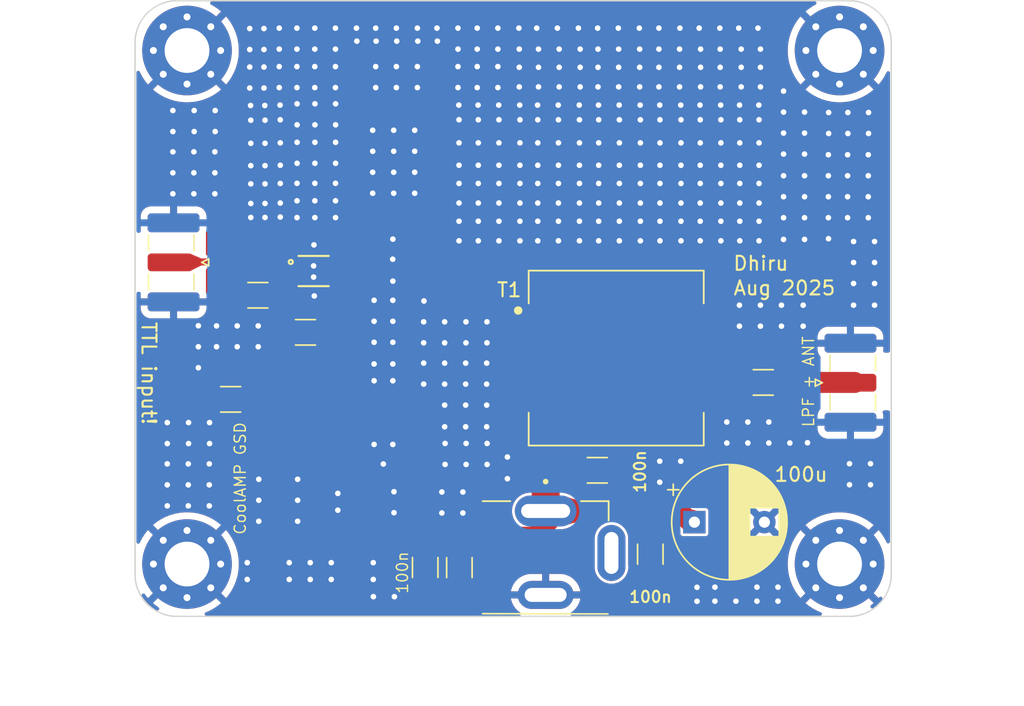
<source format=kicad_pcb>
(kicad_pcb (version 20241229) (generator "pcbnew") (generator_version "9.0")
  (layers (0 "F.Cu" signal) (2 "B.Cu" signal) (13 "F.Paste" user) (5 "F.SilkS" user "F.Silkscreen") (1 "F.Mask" user) (3 "B.Mask" user) (25 "Edge.Cuts" user))
  (net 0 "")
  (net 1 "GND")
  (net 2 "Net-(Q1-G)")
  (net 3 "/DRAIN")
  (net 4 "Net-(RF_OUT1-In)")
  (net 6 "Net-(RF_IN1-In)")
  (net 7 "Net-(C3-Pad2)")
  (net 8 "+VDC")
  (net 9 "+5V")
  (footprint "Capacitor_SMD:C_1206_3216Metric_Pad1.33x1.80mm_HandSolder" (layer "F.Cu") (at 20.72 40.505986 -90)
    (property "Reference" "C2" (hide yes))
    (property "Value" "100n")
  )
  (footprint "MountingHole:MountingHole_3.2mm_M3_Pad_Via" (layer "F.Cu") (at 3.71 40.26)
    (property "Reference" "H3" (hide yes))
    (property "Value" "MountingHole_Pad" (hide yes))
  )
  (footprint "Connector_Coaxial:SMA_Samtec_SMA-J-P-H-ST-EM1_EdgeMount" (layer "F.Cu") (at 51.3375 27.3)
    (property "Reference" "RF_OUT1" (hide yes))
    (property "Value" "SMA" (hide yes))
  )
  (footprint "Capacitor_SMD:C_1206_3216Metric_Pad1.33x1.80mm_HandSolder" (layer "F.Cu") (at 23.16 40.5125 -90)
    (property "Reference" "C12" (hide yes))
    (property "Value" "100n" (hide yes))
  )
  (footprint "footprints:XKB_DC-005-5A-2.0_Modded" (layer "F.Cu") (at 29.32 42.465 90)
    (property "Reference" "Power1" (hide yes))
    (property "Value" "DC-005 (Barrel Jack)" (hide yes))
  )
  (footprint "MountingHole:MountingHole_3.2mm_M3_Pad_Via" (layer "F.Cu") (at 50.31 40.26)
    (property "Reference" "H4" (hide yes))
    (property "Value" "MountingHole_Pad" (hide yes))
  )
  (footprint "Connector_Coaxial:SMA_Samtec_SMA-J-P-H-ST-EM1_EdgeMount" (layer "F.Cu") (at 2.5 18.7 180)
    (property "Reference" "RF_IN1" (hide yes))
    (property "Value" "SMA" (hide yes))
  )
  (footprint "footprints:TO-252-2_L6.6-W6.1-P4.57-LS9.9-BR-CW" (layer "F.Cu") (at 18.45 14.61 -90)
    (property "Reference" "Q1" (hide yes))
    (property "Value" "CID9N65E3 (Tokmas)" (hide yes))
  )
  (footprint "Capacitor_SMD:C_1206_3216Metric_Pad1.33x1.80mm_HandSolder" (layer "F.Cu") (at 12.17 23.7)
    (property "Reference" "C7" (hide yes))
    (property "Value" "10u" (hide yes))
  )
  (footprint "Capacitor_SMD:C_1206_3216Metric_Pad1.33x1.80mm_HandSolder" (layer "F.Cu") (at 44.86 27.28 180)
    (property "Reference" "C3" (hide yes))
    (property "Value" "100n" (hide yes))
  )
  (footprint "footprints:TDFN-6_L2.0-W2.0-P0.65-BL-EP" (layer "F.Cu") (at 12.75 19.32 -90)
    (property "Reference" "U2" (hide yes))
    (property "Value" "MX1025D" (hide yes))
  )
  (footprint "Capacitor_THT:CP_Radial_D8.0mm_P5.00mm" (layer "F.Cu") (at 39.942349 37.265)
    (property "Reference" "C6" (hide yes))
    (property "Value" "100u")
  )
  (footprint "footprints:IND_SRF1260A-4R7Y-Longer-Pads" (layer "F.Cu") (at 34.36 25.54)
    (property "Reference" "T1")
    (property "Value" "SRF1260A-4R7Y" (hide yes))
  )
  (footprint "MountingHole:MountingHole_3.2mm_M3_Pad_Via" (layer "F.Cu") (at 3.71 3.56)
    (property "Reference" "H1" (hide yes))
    (property "Value" "MountingHole_Pad" (hide yes))
  )
  (footprint "Capacitor_SMD:C_1206_3216Metric_Pad1.33x1.80mm_HandSolder" (layer "F.Cu") (at 36.795 39.5525 -90)
    (property "Reference" "C5" (hide yes))
    (property "Value" "100n")
  )
  (footprint "Capacitor_SMD:C_1206_3216Metric_Pad1.33x1.80mm_HandSolder" (layer "F.Cu") (at 6.8275 28.49 180)
    (property "Reference" "C8" (hide yes))
    (property "Value" "100n" (hide yes))
  )
  (footprint "PCM_Package_TO_SOT_SMD_AKL:TO-252-2" (layer "F.Cu") (at 12.96 32.64 -90)
    (property "Reference" "U1" (hide yes))
    (property "Value" "LM78M05CDT" (hide yes))
  )
  (footprint "Capacitor_SMD:C_1206_3216Metric_Pad1.33x1.80mm_HandSolder" (layer "F.Cu") (at 33.01 33.56)
    (property "Reference" "C10" (hide yes))
    (property "Value" "100n")
  )
  (footprint "MountingHole:MountingHole_3.2mm_M3_Pad_Via" (layer "F.Cu") (at 50.31 3.56)
    (property "Reference" "H2" (hide yes))
    (property "Value" "MountingHole_Pad" (hide yes))
  )
  (footprint "Capacitor_SMD:C_1206_3216Metric_Pad1.33x1.80mm_HandSolder" (layer "F.Cu") (at 8.77 21.05 180)
    (property "Reference" "C11" (hide yes))
    (property "Value" "100n" (hide yes))
  )
  (gr_line (start 51 44) (end 3 44) (stroke (width 0.1)) (layer "Edge.Cuts"))
  (gr_line (start 54 3) (end 54 41) (stroke (width 0.1)) (layer "Edge.Cuts"))
  (gr_line (start 3 0) (end 51 0) (stroke (width 0.1)) (layer "Edge.Cuts"))
  (gr_arc (start 0 3) (mid 0.87868 0.87868) (end 3 0) (stroke (width 0.1)) (layer "Edge.Cuts"))
  (gr_arc (start 51 0) (mid 53.12132 0.87868) (end 54 3) (stroke (width 0.1)) (layer "Edge.Cuts"))
  (gr_arc (start 3 44) (mid 0.87868 43.12132) (end 0 41) (stroke (width 0.1)) (layer "Edge.Cuts"))
  (gr_line (start 0 41) (end 0 3) (stroke (width 0.1)) (layer "Edge.Cuts"))
  (gr_arc (start 54 41) (mid 53.12132 43.12132) (end 51 44) (stroke (width 0.1)) (layer "Edge.Cuts"))
  (gr_text "LPF + ANT" (at 48.56 30.53 90) (layer "F.SilkS") (effects (font (size 0.8 0.8) (thickness 0.1)) (justify left bottom)))
  (gr_text "TTL input!" (at 0.4 22.86 270) (layer "F.SilkS") (effects (font (size 1 1)) (justify left bottom)))
  (gr_text "Dhiru" (at 42.64 19.36 0) (layer "F.SilkS") (effects (font (size 1 1)) (justify left bottom)))
  (gr_text "Aug 2025" (at 42.66 21.12 0) (layer "F.SilkS") (effects (font (size 1 1)) (justify left bottom)))
  (gr_text "CoolAMP GSD" (at 7.975 38.225 90) (layer "F.SilkS") (effects (font (size 0.8 0.8) (thickness 0.1)) (justify left bottom)))
  (segment (start 11.72 19.32) (end 12.75 19.32) (width 0.25) (layer "F.Cu") (net 1))
  (via (at 37.485 17.16) (size 0.8) (drill 0.4) (layers "F.Cu" "B.Cu") (net 1))
  (via (at 2.7 12.3) (size 0.8) (drill 0.4) (layers "F.Cu" "B.Cu") (net 1))
  (via (at 37.47 32.91) (size 0.8) (drill 0.4) (layers "F.Cu" "B.Cu") (net 1))
  (via (at 40.36 11.76) (size 0.8) (drill 0.4) (layers "F.Cu" "B.Cu") (net 1))
  (via (at 12.775 17.45) (size 0.8) (drill 0.4) (layers "F.Cu" "B.Cu") (net 1))
  (via (at 17.07 31.71) (size 0.8) (drill 0.4) (layers "F.Cu" "B.Cu") (net 1))
  (via (at 52.36 11.01) (size 0.8) (drill 0.4) (layers "F.Cu" "B.Cu") (net 1))
  (via (at 41.41 41.91) (size 0.8) (drill 0.4) (layers "F.Cu" "B.Cu") (net 1))
  (via (at 17.01 40.16) (size 0.8) (drill 0.4) (layers "F.Cu" "B.Cu") (net 1))
  (via (at 23.135 17.16) (size 0.8) (drill 0.4) (layers "F.Cu" "B.Cu") (net 1))
  (via (at 36.035 6.16) (size 0.8) (drill 0.4) (layers "F.Cu" "B.Cu") (net 1))
  (via (at 30.285 4.76) (size 0.8) (drill 0.4) (layers "F.Cu" "B.Cu") (net 1))
  (via (at 43.76 30.11) (size 0.8) (drill 0.4) (layers "F.Cu" "B.Cu") (net 1))
  (via (at 30.16 1.96) (size 0.8) (drill 0.4) (layers "F.Cu" "B.Cu") (net 1))
  (via (at 23.61 28.9) (size 0.8) (drill 0.4) (layers "F.Cu" "B.Cu") (net 1))
  (via (at 24.435 3.46) (size 0.8) (drill 0.4) (layers "F.Cu" "B.Cu") (net 1))
  (via (at 7.295 24.73) (size 0.8) (drill 0.4) (layers "F.Cu" "B.Cu") (net 1))
  (via (at 11.56 1.96) (size 0.8) (drill 0.4) (layers "F.Cu" "B.Cu") (net 1))
  (via (at 25.91 3.46) (size 0.8) (drill 0.4) (layers "F.Cu" "B.Cu") (net 1))
  (via (at 34.535 4.76) (size 0.8) (drill 0.4) (layers "F.Cu" "B.Cu") (net 1))
  (via (at 38.985 13.06) (size 0.8) (drill 0.4) (layers "F.Cu" "B.Cu") (net 1))
  (via (at 34.585 8.51) (size 0.8) (drill 0.4) (layers "F.Cu" "B.Cu") (net 1))
  (via (at 27.485 11.76) (size 0.8) (drill 0.4) (layers "F.Cu" "B.Cu") (net 1))
  (via (at 23.135 8.51) (size 0.8) (drill 0.4) (layers "F.Cu" "B.Cu") (net 1))
  (via (at 18.49 35.09) (size 0.8) (drill 0.4) (layers "F.Cu" "B.Cu") (net 1))
  (via (at 41.835 13.06) (size 0.8) (drill 0.4) (layers "F.Cu" "B.Cu") (net 1))
  (via (at 3.8 36.1) (size 0.8) (drill 0.4) (layers "F.Cu" "B.Cu") (net 1))
  (via (at 23.135 14.46) (size 0.8) (drill 0.4) (layers "F.Cu" "B.Cu") (net 1))
  (via (at 11.565 15.5) (size 0.8) (drill 0.4) (layers "F.Cu" "B.Cu") (net 1))
  (via (at 42.26 30.11) (size 0.8) (drill 0.4) (layers "F.Cu" "B.Cu") (net 1))
  (via (at 14.01 40.16) (size 0.8) (drill 0.4) (layers "F.Cu" "B.Cu") (net 1))
  (via (at 22.11 22.95) (size 0.8) (drill 0.4) (layers "F.Cu" "B.Cu") (net 1))
  (via (at 46.31 9.46) (size 0.8) (drill 0.4) (layers "F.Cu" "B.Cu") (net 1))
  (via (at 37.41 6.16) (size 0.8) (drill 0.4) (layers "F.Cu" "B.Cu") (net 1))
  (via (at 23.135 15.76) (size 0.8) (drill 0.4) (layers "F.Cu" "B.Cu") (net 1))
  (via (at 25.985 14.46) (size 0.8) (drill 0.4) (layers "F.Cu" "B.Cu") (net 1))
  (via (at 44.66 21.76) (size 0.8) (drill 0.4) (layers "F.Cu" "B.Cu") (net 1))
  (via (at 44.56 8.51) (size 0.8) (drill 0.4) (layers "F.Cu" "B.Cu") (net 1))
  (via (at 7.295 23.24) (size 0.8) (drill 0.4) (layers "F.Cu" "B.Cu") (net 1))
  (via (at 9.28 11.79) (size 0.8) (drill 0.4) (layers "F.Cu" "B.Cu") (net 1))
  (via (at 46.16 23.26) (size 0.8) (drill 0.4) (layers "F.Cu" "B.Cu") (net 1))
  (via (at 44.66 23.26) (size 0.8) (drill 0.4) (layers "F.Cu" "B.Cu") (net 1))
  (via (at 41.835 17.16) (size 0.8) (drill 0.4) (layers "F.Cu" "B.Cu") (net 1))
  (via (at 45.26 31.61) (size 0.8) (drill 0.4) (layers "F.Cu" "B.Cu") (net 1))
  (via (at 17.07 27.16) (size 0.8) (drill 0.4) (layers "F.Cu" "B.Cu") (net 1))
  (via (at 18.41 27.16) (size 0.8) (drill 0.4) (layers "F.Cu" "B.Cu") (net 1))
  (via (at 38.885 3.46) (size 0.8) (drill 0.4) (layers "F.Cu" "B.Cu") (net 1))
  (via (at 23.06 1.96) (size 0.8) (drill 0.4) (layers "F.Cu" "B.Cu") (net 1))
  (via (at 47.81 12.51) (size 0.8) (drill 0.4) (layers "F.Cu" "B.Cu") (net 1))
  (via (at 4.2 12.3) (size 0.8) (drill 0.4) (layers "F.Cu" "B.Cu") (net 1))
  (via (at 38.885 6.16) (size 0.8) (drill 0.4) (layers "F.Cu" "B.Cu") (net 1))
  (via (at 40.36 14.46) (size 0.8) (drill 0.4) (layers "F.Cu" "B.Cu") (net 1))
  (via (at 8.265 8.54) (size 0.8) (drill 0.4) (layers "F.Cu" "B.Cu") (net 1))
  (via (at 47.81 7.96) (size 0.8) (drill 0.4) (layers "F.Cu" "B.Cu") (net 1))
  (via (at 22.11 25.9) (size 0.8) (drill 0.4) (layers "F.Cu" "B.Cu") (net 1))
  (via (at 40.13 42.92) (size 0.8) (drill 0.4) (layers "F.Cu" "B.Cu") (net 1))
  (via (at 25.985 8.51) (size 0.8) (drill 0.4) (layers "F.Cu" "B.Cu") (net 1))
  (via (at 37.485 11.76) (size 0.8) (drill 0.4) (layers "F.Cu" "B.Cu") (net 1))
  (via (at 11.57 7.37) (size 0.8) (drill 0.4) (layers "F.Cu" "B.Cu") (net 1))
  (via (at 17.185 6.21) (size 0.8) (drill 0.4) (layers "F.Cu" "B.Cu") (net 1))
  (via (at 27.435 3.46) (size 0.8) (drill 0.4) (layers "F.Cu" "B.Cu") (net 1))
  (via (at 18.41 25.96) (size 0.8) (drill 0.4) (layers "F.Cu" "B.Cu") (net 1))
  (via (at 8.01 40.16) (size 0.8) (drill 0.4) (layers "F.Cu" "B.Cu") (net 1))
  (via (at 8.25 7.49) (size 0.8) (drill 0.4) (layers "F.Cu" "B.Cu") (net 1))
  (via (at 17.02 42.59) (size 0.8) (drill 0.4) (layers "F.Cu" "B.Cu") (net 1))
  (via (at 46.31 6.46) (size 0.8) (drill 0.4) (layers "F.Cu" "B.Cu") (net 1))
  (via (at 37.485 14.46) (size 0.8) (drill 0.4) (layers "F.Cu" "B.Cu") (net 1))
  (via (at 16.97 12.26) (size 0.8) (drill 0.4) (layers "F.Cu" "B.Cu") (net 1))
  (via (at 43.185 17.16) (size 0.8) (drill 0.4) (layers "F.Cu" "B.Cu") (net 1))
  (via (at 38.985 15.76) (size 0.8) (drill 0.4) (layers "F.Cu" "B.Cu") (net 1))
  (via (at 37.485 15.76) (size 0.8) (drill 0.4) (layers "F.Cu" "B.Cu") (net 1))
  (via (at 18.41 31.71) (size 0.8) (drill 0.4) (layers "F.Cu" "B.Cu") (net 1))
  (via (at 14.31 6.21) (size 0.8) (drill 0.4) (layers "F.Cu" "B.Cu") (net 1))
  (via (at 12.845 10.12) (size 0.8) (drill 0.4) (layers "F.Cu" "B.Cu") (net 1))
  (via (at 44.66 6.16) (size 0.8) (drill 0.4) (layers "F.Cu" "B.Cu") (net 1))
  (via (at 33.11 17.16) (size 0.8) (drill 0.4) (layers "F.Cu" "B.Cu") (net 1))
  (via (at 34.585 10.16) (size 0.8) (drill 0.4) (layers "F.Cu" "B.Cu") (net 1))
  (via (at 12.845 11.62) (size 0.8) (drill 0.4) (layers "F.Cu" "B.Cu") (net 1))
  (via (at 37.41 4.76) (size 0.8) (drill 0.4) (layers "F.Cu" "B.Cu") (net 1))
  (via (at 11.61 37.2) (size 0.8) (drill 0.4) (layers "F.Cu" "B.Cu") (net 1))
  (via (at 20.19 2.89) (size 0.8) (drill 0.4) (layers "F.Cu" "B.Cu") (net 1))
  (via (at 28.81 4.76) (size 0.8) (drill 0.4) (layers "F.Cu" "B.Cu") (net 1))
  (via (at 10.37 14.46) (size 0.8) (drill 0.4) (layers "F.Cu" "B.Cu") (net 1))
  (via (at 43.185 15.76) (size 0.8) (drill 0.4) (layers "F.Cu" "B.Cu") (net 1))
  (via (at 25.11 27.4) (size 0.8) (drill 0.4) (layers "F.Cu" "B.Cu") (net 1))
  (via (at 5.3 36.1) (size 0.8) (drill 0.4) (layers "F.Cu" "B.Cu") (net 1))
  (via (at 25.97 7.46) (size 0.8) (drill 0.4) (layers "F.Cu" "B.Cu") (net 1))
  (via (at 49.52 17.01) (size 0.8) (drill 0.4) (layers "F.Cu" "B.Cu") (net 1))
  (via (at 20.61 22.95) (size 0.8) (drill 0.4) (layers "F.Cu" "B.Cu") (net 1))
  (via (at 14.48 35.21) (size 0.8) (drill 0.4) (layers "F.Cu" "B.Cu") (net 1))
  (via (at 28.745 7.46) (size 0.8) (drill 0.4) (layers "F.Cu" "B.Cu") (net 1))
  (via (at 50.885 14.01) (size 0.8) (drill 0.4) (layers "F.Cu" "B.Cu") (net 1))
  (via (at 36.01 1.96) (size 0.8) (drill 0.4) (layers "F.Cu" "B.Cu") (net 1))
  (via (at 47.71 21.76) (size 0.8) (drill 0.4) (layers "F.Cu" "B.Cu") (net 1))
  (via (at 10.295 1.96) (size 0.8) (drill 0.4) (layers "F.Cu" "B.Cu") (net 1))
  (via (at 47.81 15.51) (size 0.8) (drill 0.4) (layers "F.Cu" "B.Cu") (net 1))
  (via (at 12.51 40.16) (size 0.8) (drill 0.4) (layers "F.Cu" "B.Cu") (net 1))
  (via (at 40.385 4.76) (size 0.8) (drill 0.4) (layers "F.Cu" "B.Cu") (net 1))
  (via (at 25.985 10.16) (size 0.8) (drill 0.4) (layers "F.Cu" "B.Cu") (net 1))
  (via (at 3.82 30.15) (size 0.8) (drill 0.4) (layers "F.Cu" "B.Cu") (net 1))
  (via (at 5.7 13.8) (size 0.8) (drill 0.4) (layers "F.Cu" "B.Cu") (net 1))
  (via (at 24.435 6.21) (size 0.8) (drill 0.4) (layers "F.Cu" "B.Cu") (net 1))
  (via (at 38.97 32.91) (size 0.8) (drill 0.4) (layers "F.Cu" "B.Cu") (net 1))
  (via (at 18.47 10.76) (size 0.8) (drill 0.4) (layers "F.Cu" "B.Cu") (net 1))
  (via (at 12.51 41.36) (size 0.8) (drill 0.4) (layers "F.Cu" "B.Cu") (net 1))
  (via (at 51.02 33.09) (size 0.8) (drill 0.4) (layers "F.Cu" "B.Cu") (net 1))
  (via (at 41.76 1.96) (size 0.8) (drill 0.4) (layers "F.Cu" "B.Cu") (net 1))
  (via (at 2.7 9.35) (size 0.8) (drill 0.4) (layers "F.Cu" "B.Cu") (net 1))
  (via (at 22.14 33.14) (size 0.8) (drill 0.4) (layers "F.Cu" "B.Cu") (net 1))
  (via (at 12.75 19.75) (size 0.8) (drill 0.4) (layers "F.Cu" "B.Cu") (net 1))
  (via (at 11.61 35.7) (size 0.8) (drill 0.4) (layers "F.Cu" "B.Cu") (net 1))
  (via (at 23.61 25.9) (size 0.8) (drill 0.4) (layers "F.Cu" "B.Cu") (net 1))
  (via (at 4.22 9.35) (size 0.8) (drill 0.4) (layers "F.Cu" "B.Cu") (net 1))
  (via (at 19.97 12.26) (size 0.8) (drill 0.4) (layers "F.Cu" "B.Cu") (net 1))
  (via (at 25.13 22.95) (size 0.8) (drill 0.4) (layers "F.Cu" "B.Cu") (net 1))
  (via (at 43.17 7.46) (size 0.8) (drill 0.4) (layers "F.Cu" "B.Cu") (net 1))
  (via (at 12.75 18.95) (size 0.8) (drill 0.4) (layers "F.Cu" "B.Cu") (net 1))
  (via (at 30.22 7.46) (size 0.8) (drill 0.4) (layers "F.Cu" "B.Cu") (net 1))
  (via (at 38.985 11.76) (size 0.8) (drill 0.4) (layers "F.Cu" "B.Cu") (net 1))
  (via (at 5.82 23.24) (size 0.8) (drill 0.4) (layers "F.Cu" "B.Cu") (net 1))
  (via (at 10.295 6.21) (size 0.8) (drill 0.4) (layers "F.Cu" "B.Cu") (net 1))
  (via (at 5.32 30.15) (size 0.8) (drill 0.4) (layers "F.Cu" "B.Cu") (net 1))
  (via (at 43.185 11.76) (size 0.8) (drill 0.4) (layers "F.Cu" "B.Cu") (net 1))
  (via (at 23.06 6.21) (size 0.8) (drill 0.4) (layers "F.Cu" "B.Cu") (net 1))
  (via (at 23.63 24.45) (size 0.8) (drill 0.4) (layers "F.Cu" "B.Cu") (net 1))
  (via (at 41.41 42.91) (size 0.8) (drill 0.4) (layers "F.Cu" "B.Cu") (net 1))
  (via (at 38.885 4.76) (size 0.8) (drill 0.4) (layers "F.Cu" "B.Cu") (net 1))
  (via (at 22.11 27.4) (size 0.8) (drill 0.4) (layers "F.Cu" "B.Cu") (net 1))
  (via (at 38.985 8.51) (size 0.8) (drill 0.4) (layers "F.Cu" "B.Cu") (net 1))
  (via (at 30.285 3.46) (size 0.8) (drill 0.4) (layers "F.Cu" "B.Cu") (net 1))
  (via (at 51.31 18.71) (size 0.8) (drill 0.4) (layers "F.Cu" "B.Cu") (net 1))
  (via (at 30.285 6.16) (size 0.8) (drill 0.4) (layers "F.Cu" "B.Cu") (net 1))
  (via (at 38.91 1.96) (size 0.8) (drill 0.4) (layers "F.Cu" "B.Cu") (net 1))
  (via (at 41.835 14.46) (size 0.8) (drill 0.4) (layers "F.Cu" "B.Cu") (net 1))
  (via (at 27.485 10.16) (size 0.8) (drill 0.4) (layers "F.Cu" "B.Cu") (net 1))
  (via (at 12.835 3.46) (size 0.8) (drill 0.4) (layers "F.Cu" "B.Cu") (net 1))
  (via (at 9.28 10.19) (size 0.8) (drill 0.4) (layers "F.Cu" "B.Cu") (net 1))
  (via (at 36.085 15.76) (size 0.8) (drill 0.4) (layers "F.Cu" "B.Cu") (net 1))
  (via (at 4.2 10.8) (size 0.8) (drill 0.4) (layers "F.Cu" "B.Cu") (net 1))
  (via (at 2.7 13.8) (size 0.8) (drill 0.4) (layers "F.Cu" "B.Cu") (net 1))
  (via (at 31.735 10.16) (size 0.8) (drill 0.4) (layers "F.Cu" "B.Cu") (net 1))
  (via (at 47.81 9.46) (size 0.8) (drill 0.4) (layers "F.Cu" "B.Cu") (net 1))
  (via (at 37.47 7.46) (size 0.8) (drill 0.4) (layers "F.Cu" "B.Cu") (net 1))
  (via (at 9.205 6.24) (size 0.8) (drill 0.4) (layers "F.Cu" "B.Cu") (net 1))
  (via (at 14.32 7.37) (size 0.8) (drill 0.4) (layers "F.Cu" "B.Cu") (net 1))
  (via (at 52.81 20.21) (size 0.8) (drill 0.4) (layers "F.Cu" "B.Cu") (net 1))
  (via (at 24.51 10.16) (size 0.8) (drill 0.4) (layers "F.Cu" "B.Cu") (net 1))
  (via (at 5.7 12.3) (size 0.8) (drill 0.4) (layers "F.Cu" "B.Cu") (net 1))
  (via (at 25.14 31.64) (size 0.8) (drill 0.4) (layers "F.Cu" "B.Cu") (net 1))
  (via (at 31.72 7.46) (size 0.8) (drill 0.4) (layers "F.Cu" "B.Cu") (net 1))
  (via (at 20.16 6.21) (size 0.8) (drill 0.4) (layers "F.Cu" "B.Cu") (net 1))
  (via (at 41.835 8.51) (size 0.8) (drill 0.4) (layers "F.Cu" "B.Cu") (net 1))
  (via (at 23.61 30.45) (size 0.8) (drill 0.4) (layers "F.Cu" "B.Cu") (net 1))
  (via (at 25.11 30.45) (size 0.8) (drill 0.4) (layers "F.Cu" "B.Cu") (net 1))
  (via (at 9.28 13.09) (size 0.8) (drill 0.4) (layers "F.Cu" "B.Cu") (net 1))
  (via (at 38.985 10.16) (size 0.8) (drill 0.4) (layers "F.Cu" "B.Cu") (net 1))
  (via (at 31.785 4.76) (size 0.8) (drill 0.4) (layers "F.Cu" "B.Cu") (net 1))
  (via (at 43.16 21.76) (size 0.8) (drill 0.4) (layers "F.Cu" "B.Cu") (net 1))
  (via (at 18.41 17.04) (size 0.8) (drill 0.4) (layers "F.Cu" "B.Cu") (net 1))
  (via (at 45.26 30.11) (size 0.8) (drill 0.4) (layers "F.Cu" "B.Cu") (net 1))
  (via (at 23.135 11.76) (size 0.8) (drill 0.4) (layers "F.Cu" "B.Cu") (net 1))
  (via (at 27.485 15.76) (size 0.8) (drill 0.4) (layers "F.Cu" "B.Cu") (net 1))
  (via (at 9.265 7.49) (size 0.8) (drill 0.4) (layers "F.Cu" "B.Cu") (net 1))
  (via (at 30.235 11.76) (size 0.8) (drill 0.4) (layers "F.Cu" "B.Cu") (net 1))
  (via (at 31.785 3.46) (size 0.8) (drill 0.4) (layers "F.Cu" "B.Cu") (net 1))
  (via (at 41.785 3.46) (size 0.8) (drill 0.4) (layers "F.Cu" "B.Cu") (net 1))
  (via (at 38.985 14.46) (size 0.8) (drill 0.4) (layers "F.Cu" "B.Cu") (net 1))
  (via (at 45.91 42.91) (size 0.8) (drill 0.4) (layers "F.Cu" "B.Cu") (net 1))
  (via (at 5.72 9.35) (size 0.8) (drill 0.4) (layers "F.Cu" "B.Cu") (net 1))
  (via (at 20.16 4.71) (size 0.8) (drill 0.4) (layers "F.Cu" "B.Cu") (net 1))
  (via (at 40.36 8.51) (size 0.8) (drill 0.4) (layers "F.Cu" "B.Cu") (net 1))
  (via (at 8.835 35.7) (size 0.8) (drill 0.4) (layers "F.Cu" "B.Cu") (net 1))
  (via (at 8.19 1.99) (size 0.8) (drill 0.4) (layers "F.Cu" "B.Cu") (net 1))
  (via (at 3.8 33.1) (size 0.8) (drill 0.4) (layers "F.Cu" "B.Cu") (net 1))
  (via (at 31.785 6.16) (size 0.8) (drill 0.4) (layers "F.Cu" "B.Cu") (net 1))
  (via (at 52.81 21.76) (size 0.8) (drill 0.4) (layers "F.Cu" "B.Cu") (net 1))
  (via (at 24.495 7.46) (size 0.8) (drill 0.4) (layers "F.Cu" "B.Cu") (net 1))
  (via (at 25.11 25.9) (size 0.8) (drill 0.4) (layers "F.Cu" "B.Cu") (net 1))
  (via (at 19.97 9.26) (size 0.8) (drill 0.4) (layers "F.Cu" "B.Cu") (net 1))
  (via (at 51.31 21.76) (size 0.8) (drill 0.4) (layers "F.Cu" "B.Cu") (net 1))
  (via (at 23.41 35.11) (size 0.8) (drill 0.4) (layers "F.Cu" "B.Cu") (net 1))
  (via (at 18.41 24.41) (size 0.8) (drill 0.4) (layers "F.Cu" "B.Cu") (net 1))
  (via (at 24.51 13.06) (size 0.8) (drill 0.4) (layers "F.Cu" "B.Cu") (net 1))
  (via (at 45.91 41.91) (size 0.8) (drill 0.4) (layers "F.Cu" "B.Cu") (net 1))
  (via (at 11.565 13.05) (size 0.8) (drill 0.4) (layers "F.Cu" "B.Cu") (net 1))
  (via (at 25.11 28.9) (size 0.8) (drill 0.4) (layers "F.Cu" "B.Cu") (net 1))
  (via (at 49.51 11.01) (size 0.8) (drill 0.4) (layers "F.Cu" "B.Cu") (net 1))
  (via (at 18.52 42.59) (size 0.8) (drill 0.4) (layers "F.Cu" "B.Cu") (net 1))
  (via (at 8.19 4.74) (size 0.8) (drill 0.4) (layers "F.Cu" "B.Cu") (net 1))
  (via (at 43.185 14.46) (size 0.8) (drill 0.4) (layers "F.Cu" "B.Cu") (net 1))
  (via (at 25.91 4.71) (size 0.8) (drill 0.4) (layers "F.Cu" "B.Cu") (net 1))
  (via (at 44.56 15.76) (size 0.8) (drill 0.4) (layers "F.Cu" "B.Cu") (net 1))
  (via (at 18.66 1.96) (size 0.8) (drill 0.4) (layers "F.Cu" "B.Cu") (net 1))
  (via (at 43.185 10.16) (size 0.8) (drill 0.4) (layers "F.Cu" "B.Cu") (net 1))
  (via (at 10.37 13.06) (size 0.8) (drill 0.4) (layers "F.Cu" "B.Cu") (net 1))
  (via (at 4.52 26.23) (size 0.8) (drill 0.4) (layers "F.Cu" "B.Cu") (net 1))
  (via (at 3.82 31.65) (size 0.8) (drill 0.4) (layers "F.Cu" "B.Cu") (net 1))
  (via (at 44.41 41.91) (size 0.8) (drill 0.4) (layers "F.Cu" "B.Cu") (net 1))
  (via (at 30.235 8.51) (size 0.8) (drill 0.4) (layers "F.Cu" "B.Cu") (net 1))
  (via (at 52.36 15.51) (size 0.8) (drill 0.4) (layers "F.Cu" "B.Cu") (net 1))
  (via (at 8.795 23.24) (size 0.8) (drill 0.4) (layers "F.Cu" "B.Cu") (net 1))
  (via (at 23.06 4.71) (size 0.8) (drill 0.4) (layers "F.Cu" "B.Cu") (net 1))
  (via (at 18.47 13.76) (size 0.8) (drill 0.4) (layers "F.Cu" "B.Cu") (net 1))
  (via (at 9.28 8.54) (size 0.8) (drill 0.4) (layers "F.Cu" "B.Cu") (net 1))
  (via (at 8.795 24.73) (size 0.8) (drill 0.4) (layers "F.Cu" "B.Cu") (net 1))
  (via (at 11.56 6.21) (size 0.8) (drill 0.4) (layers "F.Cu" "B.Cu") (net 1))
  (via (at 28.76 8.51) (size 0.8) (drill 0.4) (layers "F.Cu" "B.Cu") (net 1))
  (via (at 20.16 1.96) (size 0.8) (drill 0.4) (layers "F.Cu" "B.Cu") (net 1))
  (via (at 2.7 10.8) (size 0.8) (drill 0.4) (layers "F.Cu" "B.Cu") (net 1))
  (via (at 5.32 31.65) (size 0.8) (drill 0.4) (layers "F.Cu" "B.Cu") (net 1))
  (via (at 9.205 4.74) (size 0.8) (drill 0.4) (layers "F.Cu" "B.Cu") (net 1))
  (via (at 43.185 13.06) (size 0.8) (drill 0.4) (layers "F.Cu" "B.Cu") (net 1))
  (via (at 33.095 7.46) (size 0.8) (drill 0.4) (layers "F.Cu" "B.Cu") (net 1))
  (via (at 34.51 1.96) (size 0.8) (drill 0.4) (layers "F.Cu" "B.Cu") (net 1))
  (via (at 17.185 1.96) (size 0.8) (drill 0.4) (layers "F.Cu" "B.Cu") (net 1))
  (via (at 44.56 10.16) (size 0.8) (drill 0.4) (layers "F.Cu" "B.Cu") (net 1))
  (via (at 20.61 25.9) (size 0.8) (drill 0.4) (layers "F.Cu" "B.Cu") (net 1))
  (via (at 5.3 33.1) (size 0.8) (drill 0.4) (layers "F.Cu" "B.Cu") (net 1))
  (via (at 30.235 14.46) (size 0.8) (drill 0.4) (layers "F.Cu" "B.Cu") (net 1))
  (via (at 9.28 15.49) (size 0.8) (drill 0.4) (layers "F.Cu" "B.Cu") (net 1))
  (via (at 37.485 8.51) (size 0.8) (drill 0.4) (layers "F.Cu" "B.Cu") (net 1))
  (via (at 49.53 9.49) (size 0.8) (drill 0.4) (layers "F.Cu" "B.Cu") (net 1))
  (via (at 42.91 42.91) (size 0.8) (drill 0.4) (layers "F.Cu" "B.Cu") (net 1))
  (via (at 34.535 3.46) (size 0.8) (drill 0.4) (layers "F.Cu" "B.Cu") (net 1))
  (via (at 5.82 24.73) (size 0.8) (drill 0.4) (layers "F.Cu" "B.Cu") (net 1))
  (via (at 41.785 6.16) (size 0.8) (drill 0.4) (layers "F.Cu" "B.Cu") (net 1))
  (via (at 31.735 17.16) (size 0.8) (drill 0.4) (layers "F.Cu" "B.Cu") (net 1))
  (via (at 2.3 31.65) (size 0.8) (drill 0.4) (layers "F.Cu" "B.Cu") (net 1))
  (via (at 36.085 10.16) (size 0.8) (drill 0.4) (layers "F.Cu" "B.Cu") (net 1))
  (via (at 46.31 17.06) (size 0.8) (drill 0.4) (layers "F.Cu" "B.Cu") (net 1))
  (via (at 43.185 8.51) (size 0.8) (drill 0.4) (layers "F.Cu" "B.Cu") (net 1))
  (via (at 9.28 14.49) (size 0.8) (drill 0.4) (layers "F.Cu" "B.Cu") (net 1))
  (via (at 41.785 4.76) (size 0.8) (drill 0.4) (layers "F.Cu" "B.Cu") (net 1))
  (via (at 41.82 7.46) (size 0.8) (drill 0.4) (layers "F.Cu" "B.Cu") (net 1))
  (via (at 21.56 1.96) (size 0.8) (drill 0.4) (layers "F.Cu" "B.Cu") (net 1))
  (via (at 22.14 31.64) (size 0.8) (drill 0.4) (layers "F.Cu" "B.Cu") (net 1))
  (via (at 19.97 10.76) (size 0.8) (drill 0.4) (layers "F.Cu" "B.Cu") (net 1))
  (via (at 25.985 13.06) (size 0.8) (drill 0.4) (layers "F.Cu" "B.Cu") (net 1))
  (via (at 52.81 17.21) (size 0.8) (drill 0.4) (layers "F.Cu" "B.Cu") (net 1))
  (via (at 44.485 1.96) (size 0.8) (drill 0.4) (layers "F.Cu" "B.Cu") (net 1))
  (via (at 33.11 14.46) (size 0.8) (drill 0.4) (layers "F.Cu" "B.Cu") (net 1))
  (via (at 38.97 7.46) (size 0.8) (drill 0.4) (layers "F.Cu" "B.Cu") (net 1))
  (via (at 10.355 7.46) (size 0.8) (drill 0.4) (layers "F.Cu" "B.Cu") (net 1))
  (via (at 18.49 36.59) (size 0.8) (drill 0.4) (layers "F.Cu" "B.Cu") (net 1))
  (via (at 8.265 10.19) (size 0.8) (drill 0.4) (layers "F.Cu" "B.Cu") (net 1))
  (via (at 44.545 7.46) (size 0.8) (drill 0.4) (layers "F.Cu" "B.Cu") (net 1))
  (via (at 17.01 41.36) (size 0.8) (drill 0.4) (layers "F.Cu" "B.Cu") (net 1))
  (via (at 9.205 1.99) (size 0.8) (drill 0.4) (layers "F.Cu" "B.Cu") (net 1))
  (via (at 36.085 13.06) (size 0.8) (drill 0.4) (layers "F.Cu" "B.Cu") (net 1))
  (via (at 4.52 24.73) (size 0.8) (drill 0.4) (layers "F.Cu" "B.Cu") (net 1))
  (via (at 22.11 24.45) (size 0.8) (drill 0.4) (layers "F.Cu" "B.Cu") (net 1))
  (via (at 18.41 20.04) (size 0.8) (drill 0.4) (layers "F.Cu" "B.Cu") (net 1))
  (via (at 16.97 13.76) (size 0.8) (drill 0.4) (layers "F.Cu" "B.Cu") (net 1))
  (via (at 50.885 12.51) (size 0.8) (drill 0.4) (layers "F.Cu" "B.Cu") (net 1))
  (via (at 11.565 14.3) (size 0.8) (drill 0.4) (layers "F.Cu" "B.Cu") (net 1))
  (via (at 44.41 42.91) (size 0.8) (drill 0.4) (layers "F.Cu" "B.Cu") (net 1))
  (via (at 2.3 34.6) (size 0.8) (drill 0.4) (layers "F.Cu" "B.Cu") (net 1))
  (via (at 47.81 14.01) (size 0.8) (drill 0.4) (layers "F.Cu" "B.Cu") (net 1))
  (via (at 41.835 10.16) (size 0.8) (drill 0.4) (layers "F.Cu" "B.Cu") (net 1))
  (via (at 52.36 12.51) (size 0.8) (drill 0.4) (layers "F.Cu" "B.Cu") (net 1))
  (via (at 12.84 14.3) (size 0.8) (drill 0.4) (layers "F.Cu" "B.Cu") (net 1))
  (via (at 12.835 6.21) (size 0.8) (drill 0.4) (layers "F.Cu" "B.Cu") (net 1))
  (via (at 20.63 21.46) (size 0.8) (drill 0.4) (layers "F.Cu" "B.Cu") (net 1))
  (via (at 11.01 40.16) (size 0.8) (drill 0.4) (layers "F.Cu" "B.Cu") (net 1))
  (via (at 31.735 15.76) (size 0.8) (drill 0.4) (layers "F.Cu" "B.Cu") (net 1))
  (via (at 30.235 15.76) (size 0.8) (drill 0.4) (layers "F.Cu" "B.Cu") (net 1))
  (via (at 50.905 7.99) (size 0.8) (drill 0.4) (layers "F.Cu" "B.Cu") (net 1))
  (via (at 36.035 3.46) (size 0.8) (drill 0.4) (layers "F.Cu" "B.Cu") (net 1))
  (via (at 52.36 14.01) (size 0.8) (drill 0.4) (layers "F.Cu" "B.Cu") (net 1))
  (via (at 44.66 3.46) (size 0.8) (drill 0.4) (layers "F.Cu" "B.Cu") (net 1))
  (via (at 12.845 8.87) (size 0.8) (drill 0.4) (layers "F.Cu" "B.Cu") (net 1))
  (via (at 8.01 41.36) (size 0.8) (drill 0.4) (layers "F.Cu" "B.Cu") (net 1))
  (via (at 49.51 14.01) (size 0.8) (drill 0.4) (layers "F.Cu" "B.Cu") (net 1))
  (via (at 33.11 10.16) (size 0.8) (drill 0.4) (layers "F.Cu" "B.Cu") (net 1))
  (via (at 41.835 11.76) (size 0.8) (drill 0.4) (layers "F.Cu" "B.Cu") (net 1))
  (via (at 37.485 10.16) (size 0.8) (drill 0.4) (layers "F.Cu" "B.Cu") (net 1))
  (via (at 37.485 13.06) (size 0.8) (drill 0.4) (layers "F.Cu" "B.Cu") (net 1))
  (via (at 8.265 14.49) (size 0.8) (drill 0.4) (layers "F.Cu" "B.Cu") (net 1))
  (via (at 43.285 4.76) (size 0.8) (drill 0.4) (layers "F.Cu" "B.Cu") (net 1))
  (via (at 2.3 30.15) (size 0.8) (drill 0.4) (layers "F.Cu" "B.Cu") (net 1))
  (via (at 33.11 11.76) (size 0.8) (drill 0.4) (layers "F.Cu" "B.Cu") (net 1))
  (via (at 21.59 2.89) (size 0.8) (drill 0.4) (layers "F.Cu" "B.Cu") (net 1))
  (via (at 46.31 12.51) (size 0.8) (drill 0.4) (layers "F.Cu" "B.Cu") (net 1))
  (via (at 18.66 4.71) (size 0.8) (drill 0.4) (layers "F.Cu" "B.Cu") (net 1))
  (via (at 47.81 17.06) (size 0.8) (drill 0.4) (layers "F.Cu" "B.Cu") (net 1))
  (via (at 46.16 21.76) (size 0.8) (drill 0.4) (layers "F.Cu" "B.Cu") (net 1))
  (via (at 18.69 2.89) (size 0.8) (drill 0.4) (layers "F.Cu" "B.Cu") (net 1))
  (via (at 17.73 33.11) (size 0.8) (drill 0.4) (layers "F.Cu" "B.Cu") (net 1))
  (via (at 11.56 3.46) (size 0.8) (drill 0.4) (layers "F.Cu" "B.Cu") (net 1))
  (via (at 33.11 8.51) (size 0.8) (drill 0.4) (layers "F.Cu" "B.Cu") (net 1))
  (via (at 40.36 17.16) (size 0.8) (drill 0.4) (layers "F.Cu" "B.Cu") (net 1))
  (via (at 12.8 21.1) (size 0.8) (drill 0.4) (layers "F.Cu" "B.Cu") (net 1))
  (via (at 30.235 13.06) (size 0.8) (drill 0.4) (layers "F.Cu" "B.Cu") (net 1))
  (via (at 24.51 17.16) (size 0.8) (drill 0.4) (layers "F.Cu" "B.Cu") (net 1))
  (via (at 10.37 8.51) (size 0.8) (drill 0.4) (layers "F.Cu" "B.Cu") (net 1))
  (via (at 17.07 22.91) (size 0.8) (drill 0.4) (layers "F.Cu" "B.Cu") (net 1))
  (via (at 37.41 3.46) (size 0.8) (drill 0.4) (layers "F.Cu" "B.Cu") (net 1))
  (via (at 34.585 14.46) (size 0.8) (drill 0.4) (layers "F.Cu" "B.Cu") (net 1))
  (via (at 2.3 36.1) (size 0.8) (drill 0.4) (layers "F.Cu" "B.Cu") (net 1))
  (via (at 3.8 34.6) (size 0.8) (drill 0.4) (layers "F.Cu" "B.Cu") (net 1))
  (via (at 14.31 1.96) (size 0.8) (drill 0.4) (layers "F.Cu" "B.Cu") (net 1))
  (via (at 37.41 1.96) (size 0.8) (drill 0.4) (layers "F.Cu" "B.Cu") (net 1))
  (via (at 47.71 23.26) (size 0.8) (drill 0.4) (layers "F.Cu" "B.Cu") (net 1))
  (via (at 28.81 6.16) (size 0.8) (drill 0.4) (layers "F.Cu" "B.Cu") (net 1))
  (via (at 26.59 32.61) (size 0.8) (drill 0.4) (layers "F.Cu" "B.Cu") (net 1))
  (via (at 41.835 15.76) (size 0.8) (drill 0.4) (layers "F.Cu" "B.Cu") (net 1))
  (via (at 28.76 11.76) (size 0.8) (drill 0.4) (layers "F.Cu" "B.Cu") (net 1))
  (via (at 11.57 11.62) (size 0.8) (drill 0.4) (layers "F.Cu" "B.Cu") (net 1))
  (via (at 28.76 10.16) (size 0.8) (drill 0.4) (layers "F.Cu" "B.Cu") (net 1))
  (via (at 40.385 3.46) (size 0.8) (drill 0.4) (layers "F.Cu" "B.Cu") (net 1))
  (via (at 14.32 8.87) (size 0.8) (drill 0.4) (layers "F.Cu" "B.Cu") (net 1))
  (via (at 34.585 17.16) (size 0.8) (drill 0.4) (layers "F.Cu" "B.Cu") (net 1))
  (via (at 33.06 3.46) (size 0.8) (drill 0.4) (layers "F.Cu" "B.Cu") (net 1))
  (via (at 9.205 3.49) (size 0.8) (drill 0.4) (layers "F.Cu" "B.Cu") (net 1))
  (via (at 24.435 4.71) (size 0.8) (drill 0.4) (layers "F.Cu" "B.Cu") (net 1))
  (via (at 15.84 2.89) (size 0.8) (drill 0.4) (layers "F.Cu" "B.Cu") (net 1))
  (via (at 27.47 7.46) (size 0.8) (drill 0.4) (layers "F.Cu" "B.Cu") (net 1))
  (via (at 27.41 1.96) (size 0.8) (drill 0.4) (layers "F.Cu" "B.Cu") (net 1))
  (via (at 18.66 6.21) (size 0.8) (drill 0.4) (layers "F.Cu" "B.Cu") (net 1))
  (via (at 23.06 3.46) (size 0.8) (drill 0.4) (layers "F.Cu" "B.Cu") (net 1))
  (via (at 50.905 9.49) (size 0.8) (drill 0.4) (layers "F.Cu" "B.Cu") (net 1))
  (via (at 24.51 8.51) (size 0.8) (drill 0.4) (layers "F.Cu" "B.Cu") (net 1))
  (via (at 21.91 36.61) (size 0.8) (drill 0.4) (layers "F.Cu" "B.Cu") (net 1))
  (via (at 34.585 13.06) (size 0.8) (drill 0.4) (layers "F.Cu" "B.Cu") (net 1))
  (via (at 17.07 21.41) (size 0.8) (drill 0.4) (layers "F.Cu" "B.Cu") (net 1))
  (via (at 51.31 20.21) (size 0.8) (drill 0.4) (layers "F.Cu" "B.Cu") (net 1))
  (via (at 28.685 1.96) (size 0.8) (drill 0.4) (layers "F.Cu" "B.Cu") (net 1))
  (via (at 34.585 15.76) (size 0.8) (drill 0.4) (layers "F.Cu" "B.Cu") (net 1))
  (via (at 14.315 13.05) (size 0.8) (drill 0.4) (layers "F.Cu" "B.Cu") (net 1))
  (via (at 25.14 33.14) (size 0.8) (drill 0.4) (layers "F.Cu" "B.Cu") (net 1))
  (via (at 36.035 4.76) (size 0.8) (drill 0.4) (layers "F.Cu" "B.Cu") (net 1))
  (via (at 19.97 13.76) (size 0.8) (drill 0.4) (layers "F.Cu" "B.Cu") (net 1))
  (via (at 23.41 36.61) (size 0.8) (drill 0.4) (layers "F.Cu" "B.Cu") (net 1))
  (via (at 44.56 11.76) (size 0.8) (drill 0.4) (layers "F.Cu" "B.Cu") (net 1))
  (via (at 50.885 15.51) (size 0.8) (drill 0.4) (layers "F.Cu" "B.Cu") (net 1))
  (via (at 28.81 3.46) (size 0.8) (drill 0.4) (layers "F.Cu" "B.Cu") (net 1))
  (via (at 36.085 11.76) (size 0.8) (drill 0.4) (layers "F.Cu" "B.Cu") (net 1))
  (via (at 52.38 9.49) (size 0.8) (drill 0.4) (layers "F.Cu" "B.Cu") (net 1))
  (via (at 23.64 33.14) (size 0.8) (drill 0.4) (layers "F.Cu" "B.Cu") (net 1))
  (via (at 27.435 6.16) (size 0.8) (drill 0.4) (layers "F.Cu" "B.Cu") (net 1))
  (via (at 8.19 3.49) (size 0.8) (drill 0.4) (layers "F.Cu" "B.Cu") (net 1))
  (via (at 2.7 7.85) (size 0.8) (drill 0.4) (layers "F.Cu" "B.Cu") (net 1))
  (via (at 17.07 25.96) (size 0.8) (drill 0.4) (layers "F.Cu" "B.Cu") (net 1))
  (via (at 27.485 17.16) (size 0.8) (drill 0.4) (layers "F.Cu" "B.Cu") (net 1))
  (via (at 10.37 10.16) (size 0.8) (drill 0.4) (layers "F.Cu" "B.Cu") (net 1))
  (via (at 44.56 14.46) (size 0.8) (drill 0.4) (layers "F.Cu" "B.Cu") (net 1))
  (via (at 50.885 11.01) (size 0.8) (drill 0.4) (layers "F.Cu" "B.Cu") (net 1))
  (via (at 16.97 9.26) (size 0.8) (drill 0.4) (layers "F.Cu" "B.Cu") (net 1))
  (via (at 44.66 4.76) (size 0.8) (drill 0.4) (layers "F.Cu" "B.Cu") (net 1))
  (via (at 14.48 36.41) (size 0.8) (drill 0.4) (layers "F.Cu" "B.Cu") (net 1))
  (via (at 14.32 10.12) (size 0.8) (drill 0.4) (layers "F.Cu" "B.Cu") (net 1))
  (via (at 36.085 14.46) (size 0.8) (drill 0.4) (layers "F.Cu" "B.Cu") (net 1))
  (via (at 11.56 4.71) (size 0.8) (drill 0.4) (layers "F.Cu" "B.Cu") (net 1))
  (via (at 33.11 15.76) (size 0.8) (drill 0.4) (layers "F.Cu" "B.Cu") (net 1))
  (via (at 30.235 17.16) (size 0.8) (drill 0.4) (layers "F.Cu" "B.Cu") (net 1))
  (via (at 44.56 17.16) (size 0.8) (drill 0.4) (layers "F.Cu" "B.Cu") (net 1))
  (via (at 23.61 27.4) (size 0.8) (drill 0.4) (layers "F.Cu" "B.Cu") (net 1))
  (via (at 5.7 10.8) (size 0.8) (drill 0.4) (layers "F.Cu" "B.Cu") (net 1))
  (via (at 21.91 35.11) (size 0.8) (drill 0.4) (layers "F.Cu" "B.Cu") (net 1))
  (via (at 17.185 4.71) (size 0.8) (drill 0.4) (layers "F.Cu" "B.Cu") (net 1))
  (via (at 44.56 13.06) (size 0.8) (drill 0.4) (layers "F.Cu" "B.Cu") (net 1))
  (via (at 14.315 14.3) (size 0.8) (drill 0.4) (layers "F.Cu" "B.Cu") (net 1))
  (via (at 24.51 11.76) (size 0.8) (drill 0.4) (layers "F.Cu" "B.Cu") (net 1))
  (via (at 49.51 15.51) (size 0.8) (drill 0.4) (layers "F.Cu" "B.Cu") (net 1))
  (via (at 23.12 7.46) (size 0.8) (drill 0.4) (layers "F.Cu" "B.Cu") (net 1))
  (via (at 43.76 31.61) (size 0.8) (drill 0.4) (layers "F.Cu" "B.Cu") (net 1))
  (via (at 5.72 7.85) (size 0.8) (drill 0.4) (layers "F.Cu" "B.Cu") (net 1))
  (via (at 24.435 1.96) (size 0.8) (drill 0.4) (layers "F.Cu" "B.Cu") (net 1))
  (via (at 24.51 14.46) (size 0.8) (drill 0.4) (layers "F.Cu" "B.Cu") (net 1))
  (via (at 16.97 10.76) (size 0.8) (drill 0.4) (layers "F.Cu" "B.Cu") (net 1))
  (via (at 23.64 31.64) (size 0.8) (drill 0.4) (layers "F.Cu" "B.Cu") (net 1))
  (via (at 40.13 41.92) (size 0.8) (drill 0.4) (layers "F.Cu" "B.Cu") (net 1))
  (via (at 8.835 37.2) (size 0.8) (drill 0.4) (layers "F.Cu" "B.Cu") (net 1))
  (via (at 40.385 6.16) (size 0.8) (drill 0.4) (layers "F.Cu" "B.Cu") (net 1))
  (via (at 49.51 12.51) (size 0.8) (drill 0.4) (layers "F.Cu" "B.Cu") (net 1))
  (via (at 28.76 14.46) (size 0.8) (drill 0.4) (layers "F.Cu" "B.Cu") (net 1))
  (via (at 25.985 15.76) (size 0.8) (drill 0.4) (layers "F.Cu" "B.Cu") (net 1))
  (via (at 2.3 33.1) (size 0.8) (drill 0.4) (layers "F.Cu" "B.Cu") (net 1))
  (via (at 27.435 4.76) (size 0.8) (drill 0.4) (layers "F.Cu" "B.Cu") (net 1))
  (via (at 28.76 15.76) (size 0.8) (drill 0.4) (layers "F.Cu" "B.Cu") (net 1))
  (via (at 11.01 41.36) (size 0.8) (drill 0.4) (layers "F.Cu" "B.Cu") (net 1))
  (via (at 31.735 8.51) (size 0.8) (drill 0.4) (layers "F.Cu" "B.Cu") (net 1))
  (via (at 46.31 14.01) (size 0.8) (drill 0.4) (layers "F.Cu" "B.Cu") (net 1))
  (via (at 10.295 3.46) (size 0.8) (drill 0.4) (layers "F.Cu" "B.Cu") (net 1))
  (via (at 43.11 1.96) (size 0.8) (drill 0.4) (layers "F.Cu" "B.Cu") (net 1))
  (via (at 46.31 10.96) (size 0.8) (drill 0.4) (layers "F.Cu" "B.Cu") (net 1))
  (via (at 36.085 17.16) (size 0.8) (drill 0.4) (layers "F.Cu" "B.Cu") (net 1))
  (via (at 23.135 10.16) (size 0.8) (drill 0.4) (layers "F.Cu" "B.Cu") (net 1))
  (via (at 25.91 1.96) (size 0.8) (drill 0.4) (layers "F.Cu" "B.Cu") (net 1))
  (via (at 20.61 27.4) (size 0.8) (drill 0.4) (layers "F.Cu" "B.Cu") (net 1))
  (via (at 8.265 11.79) (size 0.8) (drill 0.4) (layers "F.Cu" "B.Cu") (net 1))
  (via (at 24.51 15.76) (size 0.8) (drill 0.4) (layers "F.Cu" "B.Cu") (net 1))
  (via (at 31.66 1.96) (size 0.8) (drill 0.4) (layers "F.Cu" "B.Cu") (net 1))
  (via (at 10.37 11.76) (size 0.8) (drill 0.4) (layers "F.Cu" "B.Cu") (net 1))
  (via (at 38.985 17.16) (size 0.8) (drill 0.4) (layers "F.Cu" "B.Cu") (net 1))
  (via (at 10.295 4.71) (size 0.8) (drill 0.4) (layers "F.Cu" "B.Cu") (net 1))
  (via (at 27.485 8.51) (size 0.8) (drill 0.4) (layers "F.Cu" "B.Cu") (net 1))
  (via (at 30.235 10.16) (size 0.8) (drill 0.4) (layers "F.Cu" "B.Cu") (net 1))
  (via (at 27.485 14.46) (size 0.8) (drill 0.4) (layers "F.Cu" "B.Cu") (net 1))
  (via (at 23.135 13.06) (size 0.8) (drill 0.4) (layers "F.Cu" "B.Cu") (net 1))
  (via (at 11.61 34.2) (size 0.8) (drill 0.4) (layers "F.Cu" "B.Cu") (net 1))
  (via (at 51.31 17.21) (size 0.8) (drill 0.4) (layers "F.Cu" "B.Cu") (net 1))
  (via (at 31.735 13.06) (size 0.8) (drill 0.4) (layers "F.Cu" "B.Cu") (net 1))
  (via (at 10.37 15.46) (size 0.8) (drill 0.4) (layers "F.Cu" "B.Cu") (net 1))
  (via (at 11.57 10.12) (size 0.8) (drill 0.4) (layers "F.Cu" "B.Cu") (net 1))
  (via (at 33.035 1.96) (size 0.8) (drill 0.4) (layers "F.Cu" "B.Cu") (net 1))
  (via (at 14.31 4.71) (size 0.8) (drill 0.4) (layers "F.Cu" "B.Cu") (net 1))
  (via (at 33.11 13.06) (size 0.8) (drill 0.4) (layers "F.Cu" "B.Cu") (net 1))
  (via (at 34.585 11.76) (size 0.8) (drill 0.4) (layers "F.Cu" "B.Cu") (net 1))
  (via (at 20.61 24.45) (size 0.8) (drill 0.4) (layers "F.Cu" "B.Cu") (net 1))
  (via (at 36.085 8.51) (size 0.8) (drill 0.4) (layers "F.Cu" "B.Cu") (net 1))
  (via (at 8.265 15.49) (size 0.8) (drill 0.4) (layers "F.Cu" "B.Cu") (net 1))
  (via (at 33.06 4.76) (size 0.8) (drill 0.4) (layers "F.Cu" "B.Cu") (net 1))
  (via (at 37.47 34.41) (size 0.8) (drill 0.4) (layers "F.Cu" "B.Cu") (net 1))
  (via (at 28.76 17.16) (size 0.8) (drill 0.4) (layers "F.Cu" "B.Cu") (net 1))
  (via (at 15.81 1.96) (size 0.8) (drill 0.4) (layers "F.Cu" "B.Cu") (net 1))
  (via (at 34.535 6.16) (size 0.8) (drill 0.4) (layers "F.Cu" "B.Cu") (net 1))
  (via (at 5.3 34.6) (size 0.8) (drill 0.4) (layers "F.Cu" "B.Cu") (net 1))
  (via (at 46.31 15.51) (size 0.8) (drill 0.4) (layers "F.Cu" "B.Cu") (net 1))
  (via (at 28.76 13.06) (size 0.8) (drill 0.4) (layers "F.Cu" "B.Cu") (net 1))
  (via (at 14.01 41.36) (size 0.8) (drill 0.4) (layers "F.Cu" "B.Cu") (net 1))
  (via (at 46.76 31.61) (size 0.8) (drill 0.4) (layers "F.Cu" "B.Cu") (net 1))
  (via (at 4.22 7.85) (size 0.8) (drill 0.4) (layers "F.Cu" "B.Cu") (net 1))
  (via (at 34.57 7.46) (size 0.8) (drill 0.4) (layers "F.Cu" "B.Cu") (net 1))
  (via (at 14.31 3.46) (size 0.8) (drill 0.4) (layers "F.Cu" "B.Cu") (net 1))
  (via (at 12.84 15.5) (size 0.8) (drill 0.4) (layers "F.Cu" "B.Cu") (net 1))
  (via (at 12.845 7.37) (size 0.8) (drill 0.4) (layers "F.Cu" "B.Cu") (net 1))
  (via (at 8.835 34.2) (size 0.8) (drill 0.4) (layers "F.Cu" "B.Cu") (net 1))
  (via (at 40.36 15.76) (size 0.8) (drill 0.4) (layers "F.Cu" "B.Cu") (net 1))
  (via (at 52.52 33.09) (size 0.8) (drill 0.4) (layers "F.Cu" "B.Cu") (net 1))
  (via (at 18.41 22.91) (size 0.8) (drill 0.4) (layers "F.Cu" "B.Cu") (net 1))
  (via (at 17.07 24.41) (size 0.8) (drill 0.4) (layers "F.Cu" "B.Cu") (net 1))
  (via (at 11.57 8.87) (size 0.8) (drill 0.4) (layers "F.Cu" "B.Cu") (net 1))
  (via (at 12.84 13.05) (size 0.8) (drill 0.4) (layers "F.Cu" "B.Cu") (net 1))
  (via (at 46.31 7.96) (size 0.8) (drill 0.4) (layers "F.Cu" "B.Cu") (net 1))
  (via (at 40.36 10.16) (size 0.8) (drill 0.4) (layers "F.Cu" "B.Cu") (net 1))
  (via (at 27.485 13.06) (size 0.8) (drill 0.4) (layers "F.Cu" "B.Cu") (net 1))
  (via (at 25.13 24.45) (size 0.8) (drill 0.4) (layers "F.Cu" "B.Cu") (net 1))
  (via (at 31.735 14.46) (size 0.8) (drill 0.4) (layers "F.Cu" "B.Cu") (net 1))
  (via (at 40.345 7.46) (size 0.8) (drill 0.4) (layers "F.Cu" "B.Cu") (net 1))
  (via (at 4.2 13.8) (size 0.8) (drill 0.4) (layers "F.Cu" "B.Cu") (net 1))
  (via (at 49.53 7.99) (size 0.8) (drill 0.4) (layers "F.Cu" "B.Cu") (net 1))
  (via (at 25.91 6.21) (size 0.8) (drill 0.4) (layers "F.Cu" "B.Cu") (net 1))
  (via (at 33.06 6.16) (size 0.8) (drill 0.4) (layers "F.Cu" "B.Cu") (net 1))
  (via (at 12.835 4.71) (size 0.8) (drill 0.4) (layers "F.Cu" "B.Cu") (net 1))
  (via (at 36.07 7.46) (size 0.8) (drill 0.4) (layers "F.Cu" "B.Cu") (net 1))
  (via (at 52.81 18.71) (size 0.8) (drill 0.4) (layers "F.Cu" "B.Cu") (net 1))
  (via (at 26.59 34.16) (size 0.8) (drill 0.4) (layers "F.Cu" "B.Cu") (net 1))
  (via (at 43.16 23.26) (size 0.8) (drill 0.4) (layers "F.Cu" "B.Cu") (net 1))
  (via (at 22.11 30.45) (size 0.8) (drill 0.4) (layers "F.Cu" "B.Cu") (net 1))
  (via (at 43.285 3.46) (size 0.8) (drill 0.4) (layers "F.Cu" "B.Cu") (net 1))
  (via (at 43.285 6.16) (size 0.8) (drill 0.4) (layers "F.Cu" "B.Cu") (net 1))
  (via (at 31.735 11.76) (size 0.8) (drill 0.4) (layers "F.Cu" "B.Cu") (net 1))
  (via (at 47.81 10.96) (size 0.8) (drill 0.4) (layers "F.Cu" "B.Cu") (net 1))
  (via (at 22.11 28.9) (size 0.8) (drill 0.4) (layers "F.Cu" "B.Cu") (net 1))
  (via (at 48.02 31.59) (size 0.8) (drill 0.4) (layers "F.Cu" "B.Cu") (net 1))
  (via (at 42.26 31.61) (size 0.8) (drill 0.4) (layers "F.Cu" "B.Cu") (net 1))
  (via (at 4.52 23.23) (size 0.8) (drill 0.4) (layers "F.Cu" "B.Cu") (net 1))
  (via (at 14.315 15.5) (size 0.8) (drill 0.4) (layers "F.Cu" "B.Cu") (net 1))
  (via (at 14.32 11.62) (size 0.8) (drill 0.4) (layers "F.Cu" "B.Cu") (net 1))
  (via (at 52.38 7.99) (size 0.8) (drill 0.4) (layers "F.Cu" "B.Cu") (net 1))
  (via (at 52.52 34.59) (size 0.8) (drill 0.4) (layers "F.Cu" "B.Cu") (net 1))
  (via (at 40.285 1.96) (size 0.8) (drill 0.4) (layers "F.Cu" "B.Cu") (net 1))
  (via (at 40.36 13.06) (size 0.8) (drill 0.4) (layers "F.Cu" "B.Cu") (net 1))
  (via (at 8.265 13.09) (size 0.8) (drill 0.4) (layers "F.Cu" "B.Cu") (net 1))
  (via (at 25.985 11.76) (size 0.8) (drill 0.4) (layers "F.Cu" "B.Cu") (net 1))
  (via (at 18.47 12.26) (size 0.8) (drill 0.4) (layers "F.Cu" "B.Cu") (net 1))
  (via (at 18.4 18.475) (size 0.8) (drill 0.4) (layers "F.Cu" "B.Cu") (net 1))
  (via (at 51.02 34.59) (size 0.8) (drill 0.4) (layers "F.Cu" "B.Cu") (net 1))
  (via (at 18.41 21.41) (size 0.8) (drill 0.4) (layers "F.Cu" "B.Cu") (net 1))
  (via (at 25.985 17.16) (size 0.8) (drill 0.4) (layers "F.Cu" "B.Cu") (net 1))
  (via (at 17.215 2.89) (size 0.8) (drill 0.4) (layers "F.Cu" "B.Cu") (net 1))
  (via (at 8.19 6.24) (size 0.8) (drill 0.4) (layers "F.Cu" "B.Cu") (net 1))
  (via (at 23.63 22.95) (size 0.8) (drill 0.4) (layers "F.Cu" "B.Cu") (net 1))
  (via (at 12.835 1.96) (size 0.8) (drill 0.4) (layers "F.Cu" "B.Cu") (net 1))
  (via (at 18.47 9.26) (size 0.8) (drill 0.4) (layers "F.Cu" "B.Cu") (net 1))
  (segment (start 14.61 19.58) (end 16.16 18.03) (width 0.5) (layer "F.Cu") (net 2))
  (segment (start 13.78 19.32) (end 13.78 19.58) (width 0.5) (layer "F.Cu") (net 2))
  (segment (start 13.78 19.58) (end 14.61 19.58) (width 0.5) (layer "F.Cu") (net 2))
  (segment (start 13.78 19.58) (end 13.78 19.97) (width 0.5) (layer "F.Cu") (net 2))
  (segment (start 20.74 18.52) (end 22.835 20.615) (width 1.5) (layer "F.Cu") (net 3))
  (segment (start 28.785 20.615) (end 29.61 21.44) (width 1.5) (layer "F.Cu") (net 3))
  (segment (start 29.61 21.44) (end 29.61 23.825) (width 1.5) (layer "F.Cu") (net 3))
  (segment (start 22.835 20.615) (end 28.785 20.615) (width 1.5) (layer "F.Cu") (net 3))
  (segment (start 29.32 23.825) (end 38.82 23.825) (width 1.5) (layer "F.Cu") (net 3))
  (segment (start 46.4225 27.28) (end 51.39 27.28) (width 1.5) (layer "F.Cu") (net 4))
  (segment (start 2.53 18.67) (end 11.72 18.67) (width 0.5) (layer "F.Cu") (net 6))
  (segment (start 44.03 27.255) (end 38.82 27.255) (width 2) (layer "F.Cu") (net 7))
  (segment (start 19.73 28.6) (end 20.72 29.59) (width 1) (layer "F.Cu") (net 8))
  (segment (start 29.32 27.255) (end 29.32 33.57) (width 2) (layer "F.Cu") (net 8))
  (segment (start 29.33 33.56) (end 31.4475 33.56) (width 2) (layer "F.Cu") (net 8))
  (segment (start 20.72 38.145) (end 20.72 38.943486) (width 1) (layer "F.Cu") (net 8))
  (segment (start 29.32 27.545) (end 29.61 27.255) (width 2) (layer "F.Cu") (net 8))
  (segment (start 20.67 38.095) (end 20.72 38.145) (width 1) (layer "F.Cu") (net 8))
  (segment (start 29.32 33.57) (end 29.32 36.465) (width 2) (layer "F.Cu") (net 8))
  (segment (start 15.24 28.44) (end 15.4 28.6) (width 1) (layer "F.Cu") (net 8))
  (segment (start 23.195 38.095) (end 22.21 38.095) (width 1) (layer "F.Cu") (net 8))
  (segment (start 33.745 36.465) (end 36.942349 36.465) (width 1) (layer "F.Cu") (net 8))
  (segment (start 15.4 28.6) (end 19.73 28.6) (width 1) (layer "F.Cu") (net 8))
  (segment (start 20.72 29.59) (end 20.72 38.943486) (width 1) (layer "F.Cu") (net 8))
  (segment (start 23.195 38.095) (end 29.065 38.095) (width 1) (layer "F.Cu") (net 8))
  (segment (start 36.795 37.99) (end 36.795 36.612349) (width 1) (layer "F.Cu") (net 8))
  (segment (start 22.21 38.095) (end 20.67 38.095) (width 1) (layer "F.Cu") (net 8))
  (segment (start 29.32 33.57) (end 29.32 27.545) (width 2) (layer "F.Cu") (net 8))
  (segment (start 29.32 33.57) (end 29.33 33.56) (width 2) (layer "F.Cu") (net 8))
  (segment (start 29.32 37.84) (end 29.32 36.465) (width 1) (layer "F.Cu") (net 8))
  (segment (start 36.795 36.612349) (end 36.942349 36.465) (width 1) (layer "F.Cu") (net 8))
  (segment (start 39.142349 36.465) (end 39.942349 37.265) (width 1) (layer "F.Cu") (net 8))
  (segment (start 29.32 36.465) (end 33.745 36.465) (width 1) (layer "F.Cu") (net 8))
  (segment (start 29.065 38.095) (end 29.32 37.84) (width 1) (layer "F.Cu") (net 8))
  (segment (start 23.16 38.13) (end 23.16 38.95) (width 1) (layer "F.Cu") (net 8))
  (segment (start 23.195 38.095) (end 23.16 38.13) (width 1) (layer "F.Cu") (net 8))
  (segment (start 23.12 38.17) (end 23.195 38.095) (width 1) (layer "F.Cu") (net 8))
  (segment (start 33.745 36.465) (end 39.142349 36.465) (width 1) (layer "F.Cu") (net 8))
  (segment (start 10.68 28.44) (end 10.68 21.3975) (width 1) (layer "F.Cu") (net 9))
  (segment (start 10.68 21.3975) (end 10.3325 21.05) (width 1) (layer "F.Cu") (net 9))
  (segment (start 8.39 28.49) (end 10.63 28.49) (width 1) (layer "F.Cu") (net 9))
  (segment (start 10.3325 21.05) (end 11.1815 20.201) (width 1) (layer "F.Cu") (net 9))
  (segment (start 11.1815 20.201) (end 11.549 20.201) (width 1) (layer "F.Cu") (net 9))
  (zone (net 1) (net_name "GND") (layer "F.Cu") (connect_pads (clearance 0)) (min_thickness 0.25) (fill yes (thermal_gap 0.5) (thermal_bridge_width 0.5))
    (polygon (pts (xy 0.1 -0.04) (xy 53.91 -0.04) (xy 53.91 43.96) (xy 0.1 43.96)))
  )
  (zone (net 0) (net_name "") (layer "F.Cu") (connect_pads (clearance 0)) (min_thickness 0.25)
    (keepout (tracks allowed) (vias allowed) (pads allowed) (copperpour not_allowed) (footprints allowed))
    (fill (thermal_gap 0.5) (thermal_bridge_width 0.5))
    (polygon (pts (xy 53.84 29.28) (xy 48.95 29.28) (xy 48.95 25.15) (xy 53.84 25.15)))
  )
  (zone (net 1) (net_name "GND") (layer "F.Cu") (priority 1) (connect_pads yes (clearance 0)) (min_thickness 0.25) (fill yes (thermal_gap 0.5) (thermal_bridge_width 0.5))
    (polygon (pts (xy 7.66 0.96) (xy 45.52 0.96) (xy 45.52 16.09) (xy 7.66 16.09)))
  )
  (zone (net 1) (net_name "GND") (layer "F.Cu") (priority 1) (connect_pads yes (clearance 0)) (min_thickness 0.25) (fill yes (thermal_gap 0.5) (thermal_bridge_width 0.5))
    (polygon (pts (xy 21.91 16.1) (xy 45.54 16.1) (xy 45.54 17.91) (xy 21.91 17.91)))
  )
  (zone (net 0) (net_name "") (layer "F.Cu") (connect_pads (clearance 0)) (min_thickness 0.25)
    (keepout (tracks allowed) (vias allowed) (pads allowed) (copperpour not_allowed) (footprints allowed))
    (fill (thermal_gap 0.5) (thermal_bridge_width 0.5))
    (polygon (pts (xy 5.06 21.01) (xy 0 21.01) (xy 0 16.5) (xy 5.06 16.5)))
  )
  (zone (net 0) (net_name "") (layer "B.Cu") (connect_pads (clearance 0)) (min_thickness 0.25)
    (keepout (tracks allowed) (vias allowed) (pads allowed) (copperpour not_allowed) (footprints allowed))
    (fill (thermal_gap 0.5) (thermal_bridge_width 0.5))
    (polygon (pts (xy 53.84 29.28) (xy 48.95 29.28) (xy 48.95 25.15) (xy 53.84 25.15)))
  )
  (zone (net 1) (net_name "GND") (layer "B.Cu") (connect_pads (clearance 0)) (min_thickness 0.25) (fill yes (thermal_gap 0.5) (thermal_bridge_width 0.5))
    (polygon (pts (xy 0.1 -0.04) (xy 53.91 -0.04) (xy 53.91 43.96) (xy 0.1 43.96)))
  )
  (zone (net 0) (net_name "") (layer "B.Cu") (connect_pads (clearance 0)) (min_thickness 0.25)
    (keepout (tracks allowed) (vias allowed) (pads allowed) (copperpour not_allowed) (footprints allowed))
    (fill (thermal_gap 0.5) (thermal_bridge_width 0.5))
    (polygon (pts (xy 5.16 20.8) (xy 0.1 20.8) (xy 0.1 16.59) (xy 5.16 16.59)))
  )
)
</source>
